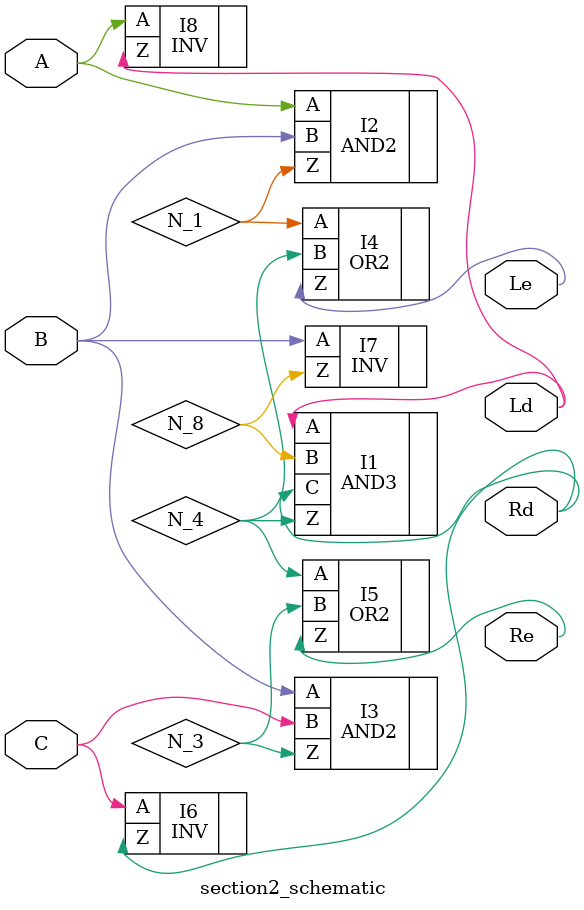
<source format=v>
/* Verilog model created from schematic section2_schematic.sch -- May 12, 2014 23:54 */

module section2_schematic( A, B, C, Ld, Le, Rd, Re );
 input A;
 input B;
 input C;
output Ld;
output Le;
output Rd;
output Re;
wire N_8;
wire N_1;
wire N_3;
wire N_4;



AND3 I1 ( .A(Ld), .B(N_8), .C(Rd), .Z(N_4) );
AND2 I2 ( .A(A), .B(B), .Z(N_1) );
AND2 I3 ( .A(B), .B(C), .Z(N_3) );
OR2 I4 ( .A(N_1), .B(N_4), .Z(Le) );
OR2 I5 ( .A(N_4), .B(N_3), .Z(Re) );
INV I6 ( .A(C), .Z(Rd) );
INV I8 ( .A(A), .Z(Ld) );
INV I7 ( .A(B), .Z(N_8) );

endmodule // section2_schematic

</source>
